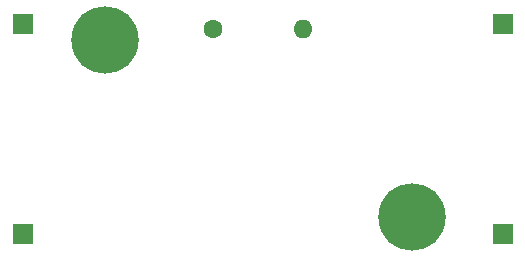
<source format=gbs>
%TF.GenerationSoftware,KiCad,Pcbnew,(5.1.9)-1*%
%TF.CreationDate,2021-01-18T19:47:50+01:00*%
%TF.ProjectId,DC-DC-only,44432d44-432d-46f6-9e6c-792e6b696361,rev?*%
%TF.SameCoordinates,Original*%
%TF.FileFunction,Soldermask,Bot*%
%TF.FilePolarity,Negative*%
%FSLAX46Y46*%
G04 Gerber Fmt 4.6, Leading zero omitted, Abs format (unit mm)*
G04 Created by KiCad (PCBNEW (5.1.9)-1) date 2021-01-18 19:47:50*
%MOMM*%
%LPD*%
G01*
G04 APERTURE LIST*
%ADD10R,1.700000X1.700000*%
%ADD11C,5.700000*%
%ADD12C,1.600000*%
%ADD13O,1.600000X1.600000*%
G04 APERTURE END LIST*
D10*
%TO.C,J1*%
X105000000Y-81220000D03*
%TD*%
%TO.C,J2*%
X145640000Y-99060000D03*
%TD*%
%TO.C,J3*%
X145640000Y-81220000D03*
%TD*%
%TO.C,J4*%
X105000000Y-99000000D03*
%TD*%
D11*
%TO.C,H1*%
X112000000Y-82610000D03*
%TD*%
%TO.C,H3*%
X138000000Y-97610000D03*
%TD*%
D12*
%TO.C,LO1*%
X121164600Y-81644800D03*
D13*
X128784600Y-81644800D03*
%TD*%
M02*

</source>
